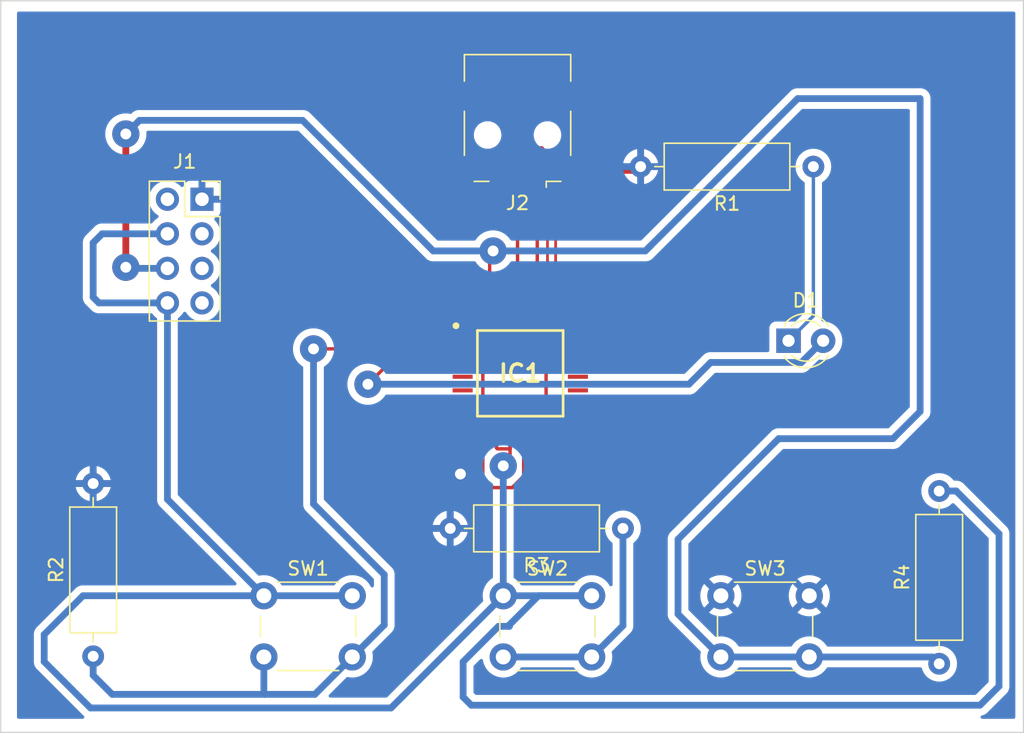
<source format=kicad_pcb>
(kicad_pcb (version 20211014) (generator pcbnew)
  (layers (0 "F.Cu" signal) (31 "B.Cu" signal) (34 "B.Paste" user) (35 "F.Paste" user) (36 "B.SilkS" user "B.Silkscreen") (37 "F.SilkS" user "F.Silkscreen") (38 "B.Mask" user) (39 "F.Mask" user) (44 "Edge.Cuts" user))
  (net 0 "")
  (net 1 "Net-(D1-Pad1)")
  (net 2 "LED_G")
  (net 3 "GND")
  (net 5 "Button01")
  (net 6 "Button02")
  (net 7 "Net-(IC1-Pad16)")
  (net 15 "VBUS")
  (net 16 "SCL")
  (net 17 "SDA")
  (net 31 "Data+")
  (net 32 "Data-")
  (net 35 "USB_ID")
  (net 36 "USB_VBOF")
  (net 37 "Reset")
  (footprint "Resistor_THT:R_Axial_DIN0309_L9.0mm_D3.2mm_P12.70mm_Horizontal" (layer "F.Cu") (at 168.35 96.6 180)
    (fp_text reference "R3" (at 6.35 -2.72) (layer "F.SilkS"))
    (fp_text value "1k")
    (fp_line (start 10.97 1.72) (end 10.97 -1.72) (layer "F.SilkS") (width 0.12))
    (fp_line (start 11.66 0) (end 10.97 0) (layer "F.SilkS") (width 0.12))
    (fp_line (start 1.73 -1.72) (end 1.73 1.72) (layer "F.SilkS") (width 0.12))
    (fp_line (start 10.97 -1.72) (end 1.73 -1.72) (layer "F.SilkS") (width 0.12))
    (fp_line (start 1.04 0) (end 1.73 0) (layer "F.SilkS") (width 0.12))
    (fp_line (start 1.73 1.72) (end 10.97 1.72) (layer "F.SilkS") (width 0.12))
    (pad "1" thru_hole circle (at 0 0 180) (size 1.6 1.6) (drill 0.8) (layers *.Cu *.Mask) (net 6 "Button02"))
    (pad "2" thru_hole oval (at 12.7 0 180) (size 1.6 1.6) (drill 0.8) (layers *.Cu *.Mask) (net 3 "GND"))
  )
  (footprint "user:QFP50P900X900X120-48N" (layer "F.Cu") (at 160.8 85.2)
    (fp_text reference "IC1" (at 0 0) (layer "F.SilkS") (effects (font (size 1.27 1.27) (thickness 0.254))))
    (fp_text value "AT32UC3B164-AUT" hide)
    (fp_line (start 3.15 -3.15) (end 3.15 3.15) (layer "F.SilkS") (width 0.2))
    (fp_line (start -3.15 -3.15) (end 3.15 -3.15) (layer "F.SilkS") (width 0.2))
    (fp_line (start -3.15 3.15) (end -3.15 -3.15) (layer "F.SilkS") (width 0.2))
    (fp_line (start 3.15 3.15) (end -3.15 3.15) (layer "F.SilkS") (width 0.2))
    (fp_circle (center -4.725 -3.5) (end -4.725 -3.375) (layer "F.SilkS") (width 0.25) (fill none))
    (pad "1" smd rect (at -4.238 -2.75 90) (size 0.3 1.475) (layers "F.Cu" "F.Paste" "F.Mask") (net 3 "GND"))
    (pad "2" smd rect (at -4.238 -2.25 90) (size 0.3 1.475) (layers "F.Cu" "F.Paste" "F.Mask"))
    (pad "3" smd rect (at -4.238 -1.75 90) (size 0.3 1.475) (layers "F.Cu" "F.Paste" "F.Mask") (net 5 "Button01"))
    (pad "4" smd rect (at -4.238 -1.25 90) (size 0.3 1.475) (layers "F.Cu" "F.Paste" "F.Mask") (net 6 "Button02"))
    (pad "5" smd rect (at -4.238 -0.75 90) (size 0.3 1.475) (layers "F.Cu" "F.Paste" "F.Mask") (net 2 "LED_G"))
    (pad "6" smd rect (at -4.238 -0.25 90) (size 0.3 1.475) (layers "F.Cu" "F.Paste" "F.Mask") (net 7 "Net-(IC1-Pad16)"))
    (pad "7" smd rect (at -4.238 0.25 90) (size 0.3 1.475) (layers "F.Cu" "F.Paste" "F.Mask"))
    (pad "8" smd rect (at -4.238 0.75 90) (size 0.3 1.475) (layers "F.Cu" "F.Paste" "F.Mask"))
    (pad "9" smd rect (at -4.238 1.25 90) (size 0.3 1.475) (layers "F.Cu" "F.Paste" "F.Mask"))
    (pad "10" smd rect (at -4.238 1.75 90) (size 0.3 1.475) (layers "F.Cu" "F.Paste" "F.Mask"))
    (pad "11" smd rect (at -4.238 2.25 90) (size 0.3 1.475) (layers "F.Cu" "F.Paste" "F.Mask"))
    (pad "12" smd rect (at -4.238 2.75 90) (size 0.3 1.475) (layers "F.Cu" "F.Paste" "F.Mask"))
    (pad "13" smd rect (at -2.75 4.238) (size 0.3 1.475) (layers "F.Cu" "F.Paste" "F.Mask") (net 3 "GND"))
    (pad "14" smd rect (at -2.25 4.238) (size 0.3 1.475) (layers "F.Cu" "F.Paste" "F.Mask"))
    (pad "15" smd rect (at -1.75 4.238) (size 0.3 1.475) (layers "F.Cu" "F.Paste" "F.Mask") (net 15 "VBUS"))
    (pad "16" smd rect (at -1.25 4.238) (size 0.3 1.475) (layers "F.Cu" "F.Paste" "F.Mask") (net 7 "Net-(IC1-Pad16)"))
    (pad "17" smd rect (at -0.75 4.238) (size 0.3 1.475) (layers "F.Cu" "F.Paste" "F.Mask") (net 15 "VBUS"))
    (pad "18" smd rect (at -0.25 4.238) (size 0.3 1.475) (layers "F.Cu" "F.Paste" "F.Mask"))
    (pad "19" smd rect (at 0.25 4.238) (size 0.3 1.475) (layers "F.Cu" "F.Paste" "F.Mask") (net 3 "GND"))
    (pad "20" smd rect (at 0.75 4.238) (size 0.3 1.475) (layers "F.Cu" "F.Paste" "F.Mask") (net 16 "SCL"))
    (pad "21" smd rect (at 1.25 4.238) (size 0.3 1.475) (layers "F.Cu" "F.Paste" "F.Mask") (net 17 "SDA"))
    (pad "22" smd rect (at 1.75 4.238) (size 0.3 1.475) (layers "F.Cu" "F.Paste" "F.Mask"))
    (pad "23" smd rect (at 2.25 4.238) (size 0.3 1.475) (layers "F.Cu" "F.Paste" "F.Mask"))
    (pad "24" smd rect (at 2.75 4.238) (size 0.3 1.475) (layers "F.Cu" "F.Paste" "F.Mask") (net 15 "VBUS"))
    (pad "25" smd rect (at 4.238 2.75 90) (size 0.3 1.475) (layers "F.Cu" "F.Paste" "F.Mask"))
    (pad "26" smd rect (at 4.238 2.25 90) (size 0.3 1.475) (layers "F.Cu" "F.Paste" "F.Mask"))
    (pad "27" smd rect (at 4.238 1.75 90) (size 0.3 1.475) (layers "F.Cu" "F.Paste" "F.Mask"))
    (pad "28" smd rect (at 4.238 1.25 90) (size 0.3 1.475) (layers "F.Cu" "F.Paste" "F.Mask"))
    (pad "29" smd rect (at 4.238 0.75 90) (size 0.3 1.475) (layers "F.Cu" "F.Paste" "F.Mask"))
    (pad "30" smd rect (at 4.238 0.25 90) (size 0.3 1.475) (layers "F.Cu" "F.Paste" "F.Mask"))
    (pad "31" smd rect (at 4.238 -0.25 90) (size 0.3 1.475) (layers "F.Cu" "F.Paste" "F.Mask"))
    (pad "32" smd rect (at 4.238 -0.75 90) (size 0.3 1.475) (layers "F.Cu" "F.Paste" "F.Mask"))
    (pad "33" smd rect (at 4.238 -1.25 90) (size 0.3 1.475) (layers "F.Cu" "F.Paste" "F.Mask"))
    (pad "34" smd rect (at 4.238 -1.75 90) (size 0.3 1.475) (layers "F.Cu" "F.Paste" "F.Mask"))
    (pad "35" smd rect (at 4.238 -2.25 90) (size 0.3 1.475) (layers "F.Cu" "F.Paste" "F.Mask"))
    (pad "36" smd rect (at 4.238 -2.75 90) (size 0.3 1.475) (layers "F.Cu" "F.Paste" "F.Mask") (net 15 "VBUS"))
    (pad "37" smd rect (at 2.75 -4.238) (size 0.3 1.475) (layers "F.Cu" "F.Paste" "F.Mask") (net 3 "GND"))
    (pad "38" smd rect (at 2.25 -4.238) (size 0.3 1.475) (layers "F.Cu" "F.Paste" "F.Mask") (net 31 "Data+"))
    (pad "39" smd rect (at 1.75 -4.238) (size 0.3 1.475) (layers "F.Cu" "F.Paste" "F.Mask") (net 32 "Data-"))
    (pad "40" smd rect (at 1.25 -4.238) (size 0.3 1.475) (layers "F.Cu" "F.Paste" "F.Mask") (net 15 "VBUS"))
    (pad "41" smd rect (at 0.75 -4.238) (size 0.3 1.475) (layers "F.Cu" "F.Paste" "F.Mask") (net 7 "Net-(IC1-Pad16)"))
    (pad "42" smd rect (at 0.25 -4.238) (size 0.3 1.475) (layers "F.Cu" "F.Paste" "F.Mask") (net 7 "Net-(IC1-Pad16)"))
    (pad "43" smd rect (at -0.25 -4.238) (size 0.3 1.475) (layers "F.Cu" "F.Paste" "F.Mask"))
    (pad "44" smd rect (at -0.75 -4.238) (size 0.3 1.475) (layers "F.Cu" "F.Paste" "F.Mask"))
    (pad "45" smd rect (at -1.25 -4.238) (size 0.3 1.475) (layers "F.Cu" "F.Paste" "F.Mask") (net 35 "USB_ID"))
    (pad "46" smd rect (at -1.75 -4.238) (size 0.3 1.475) (layers "F.Cu" "F.Paste" "F.Mask") (net 36 "USB_VBOF"))
    (pad "47" smd rect (at -2.25 -4.238) (size 0.3 1.475) (layers "F.Cu" "F.Paste" "F.Mask") (net 37 "Reset"))
    (pad "48" smd rect (at -2.75 -4.238) (size 0.3 1.475) (layers "F.Cu" "F.Paste" "F.Mask") (net 15 "VBUS"))
  )
  (footprint "Resistor_THT:R_Axial_DIN0309_L9.0mm_D3.2mm_P12.70mm_Horizontal" (layer "F.Cu") (at 182.35 70 180)
    (fp_text reference "R1" (at 6.35 -2.72) (layer "F.SilkS"))
    (fp_text value "150")
    (fp_line (start 1.04 0) (end 1.73 0) (layer "F.SilkS") (width 0.12))
    (fp_line (start 10.97 1.72) (end 10.97 -1.72) (layer "F.SilkS") (width 0.12))
    (fp_line (start 10.97 -1.72) (end 1.73 -1.72) (layer "F.SilkS") (width 0.12))
    (fp_line (start 1.73 1.72) (end 10.97 1.72) (layer "F.SilkS") (width 0.12))
    (fp_line (start 11.66 0) (end 10.97 0) (layer "F.SilkS") (width 0.12))
    (fp_line (start 1.73 -1.72) (end 1.73 1.72) (layer "F.SilkS") (width 0.12))
    (pad "1" thru_hole circle (at 0 0 180) (size 1.6 1.6) (drill 0.8) (layers *.Cu *.Mask) (net 1 "Net-(D1-Pad1)"))
    (pad "2" thru_hole oval (at 12.7 0 180) (size 1.6 1.6) (drill 0.8) (layers *.Cu *.Mask) (net 3 "GND"))
  )
  (footprint "Button_Switch_THT:SW_PUSH_6mm_H4.3mm" (layer "F.Cu") (at 141.95 101.55)
    (fp_text reference "SW1" (at 3.25 -2) (layer "F.SilkS"))
    (fp_text value "SW_MEC_5E")
    (fp_line (start 6.75 3) (end 6.75 1.5) (layer "F.SilkS") (width 0.12))
    (fp_line (start 5.5 -1) (end 1 -1) (layer "F.SilkS") (width 0.12))
    (fp_line (start 1 5.5) (end 5.5 5.5) (layer "F.SilkS") (width 0.12))
    (fp_line (start -0.25 1.5) (end -0.25 3) (layer "F.SilkS") (width 0.12))
    (pad "1" thru_hole circle (at 0 0 90) (size 2 2) (drill 1.1) (layers *.Cu *.Mask) (net 15 "VBUS"))
    (pad "1" thru_hole circle (at 6.5 0 90) (size 2 2) (drill 1.1) (layers *.Cu *.Mask) (net 15 "VBUS"))
    (pad "2" thru_hole circle (at 6.5 4.5 90) (size 2 2) (drill 1.1) (layers *.Cu *.Mask) (net 5 "Button01"))
    (pad "2" thru_hole circle (at 0 4.5 90) (size 2 2) (drill 1.1) (layers *.Cu *.Mask) (net 5 "Button01"))
  )
  (footprint "Resistor_THT:R_Axial_DIN0309_L9.0mm_D3.2mm_P12.70mm_Horizontal" (layer "F.Cu") (at 129.4 106 90)
    (fp_text reference "R2" (at 6.35 -2.72 90) (layer "F.SilkS"))
    (fp_text value "1k")
    (fp_line (start 10.97 -1.72) (end 1.73 -1.72) (layer "F.SilkS") (width 0.12))
    (fp_line (start 11.66 0) (end 10.97 0) (layer "F.SilkS") (width 0.12))
    (fp_line (start 1.04 0) (end 1.73 0) (layer "F.SilkS") (width 0.12))
    (fp_line (start 10.97 1.72) (end 10.97 -1.72) (layer "F.SilkS") (width 0.12))
    (fp_line (start 1.73 -1.72) (end 1.73 1.72) (layer "F.SilkS") (width 0.12))
    (fp_line (start 1.73 1.72) (end 10.97 1.72) (layer "F.SilkS") (width 0.12))
    (pad "1" thru_hole circle (at 0 0 90) (size 1.6 1.6) (drill 0.8) (layers *.Cu *.Mask) (net 5 "Button01"))
    (pad "2" thru_hole oval (at 12.7 0 90) (size 1.6 1.6) (drill 0.8) (layers *.Cu *.Mask) (net 3 "GND"))
  )
  (footprint "Button_Switch_THT:SW_PUSH_6mm_H4.3mm" (layer "F.Cu") (at 159.55 101.55)
    (fp_text reference "SW2" (at 3.25 -2) (layer "F.SilkS"))
    (fp_text value "SW_MEC_5E")
    (fp_line (start 5.5 -1) (end 1 -1) (layer "F.SilkS") (width 0.12))
    (fp_line (start 1 5.5) (end 5.5 5.5) (layer "F.SilkS") (width 0.12))
    (fp_line (start 6.75 3) (end 6.75 1.5) (layer "F.SilkS") (width 0.12))
    (fp_line (start -0.25 1.5) (end -0.25 3) (layer "F.SilkS") (width 0.12))
    (pad "1" thru_hole circle (at 6.5 0 90) (size 2 2) (drill 1.1) (layers *.Cu *.Mask) (net 15 "VBUS"))
    (pad "1" thru_hole circle (at 0 0 90) (size 2 2) (drill 1.1) (layers *.Cu *.Mask) (net 15 "VBUS"))
    (pad "2" thru_hole circle (at 0 4.5 90) (size 2 2) (drill 1.1) (layers *.Cu *.Mask) (net 6 "Button02"))
    (pad "2" thru_hole circle (at 6.5 4.5 90) (size 2 2) (drill 1.1) (layers *.Cu *.Mask) (net 6 "Button02"))
  )
  (footprint "Button_Switch_THT:SW_PUSH_6mm_H4.3mm" (layer "F.Cu") (at 175.55 101.55)
    (fp_text reference "SW3" (at 3.25 -2) (layer "F.SilkS"))
    (fp_text value "SW_MEC_5E")
    (fp_line (start 6.75 3) (end 6.75 1.5) (layer "F.SilkS") (width 0.12))
    (fp_line (start 1 5.5) (end 5.5 5.5) (layer "F.SilkS") (width 0.12))
    (fp_line (start 5.5 -1) (end 1 -1) (layer "F.SilkS") (width 0.12))
    (fp_line (start -0.25 1.5) (end -0.25 3) (layer "F.SilkS") (width 0.12))
    (pad "1" thru_hole circle (at 0 0 90) (size 2 2) (drill 1.1) (layers *.Cu *.Mask) (net 3 "GND"))
    (pad "1" thru_hole circle (at 6.5 0 90) (size 2 2) (drill 1.1) (layers *.Cu *.Mask) (net 3 "GND"))
    (pad "2" thru_hole circle (at 0 4.5 90) (size 2 2) (drill 1.1) (layers *.Cu *.Mask) (net 37 "Reset"))
    (pad "2" thru_hole circle (at 6.5 4.5 90) (size 2 2) (drill 1.1) (layers *.Cu *.Mask) (net 37 "Reset"))
  )
  (footprint "Resistor_THT:R_Axial_DIN0309_L9.0mm_D3.2mm_P12.70mm_Horizontal" (layer "F.Cu") (at 191.6 106.55 90)
    (fp_text reference "R4" (at 6.35 -2.72 90) (layer "F.SilkS"))
    (fp_text value "1k")
    (fp_line (start 10.97 -1.72) (end 1.73 -1.72) (layer "F.SilkS") (width 0.12))
    (fp_line (start 1.73 1.72) (end 10.97 1.72) (layer "F.SilkS") (width 0.12))
    (fp_line (start 1.04 0) (end 1.73 0) (layer "F.SilkS") (width 0.12))
    (fp_line (start 1.73 -1.72) (end 1.73 1.72) (layer "F.SilkS") (width 0.12))
    (fp_line (start 10.97 1.72) (end 10.97 -1.72) (layer "F.SilkS") (width 0.12))
    (fp_line (start 11.66 0) (end 10.97 0) (layer "F.SilkS") (width 0.12))
    (pad "1" thru_hole circle (at 0 0 90) (size 1.6 1.6) (drill 0.8) (layers *.Cu *.Mask) (net 37 "Reset"))
    (pad "2" thru_hole oval (at 12.7 0 90) (size 1.6 1.6) (drill 0.8) (layers *.Cu *.Mask) (net 15 "VBUS"))
  )
  (footprint "LED_THT:LED_D3.0mm_FlatTop" (layer "F.Cu") (at 180.525 82.8)
    (fp_text reference "D1" (at 1.27 -2.96) (layer "F.SilkS"))
    (fp_text value "GrønLED")
    (fp_line (start -0.29 -1.236) (end -0.29 -1.08) (layer "F.SilkS") (width 0.12))
    (fp_line (start -0.29 1.08) (end -0.29 1.236) (layer "F.SilkS") (width 0.12))
    (fp_arc (start 2.942335 1.078608) (mid 1.366487 1.987659) (end -0.29 1.235516) (layer "F.SilkS") (width 0.12))
    (fp_arc (start 2.31113 1.079837) (mid 1.270117 1.5) (end 0.229039 1.08) (layer "F.SilkS") (width 0.12))
    (fp_arc (start 0.229039 -1.08) (mid 1.270117 -1.5) (end 2.31113 -1.079837) (layer "F.SilkS") (width 0.12))
    (fp_arc (start -0.29 -1.235516) (mid 1.366487 -1.987659) (end 2.942335 -1.078608) (layer "F.SilkS") (width 0.12))
    (pad "1" thru_hole rect (at 0 0) (size 1.8 1.8) (drill 0.9) (layers *.Cu *.Mask) (net 1 "Net-(D1-Pad1)"))
    (pad "2" thru_hole circle (at 2.54 0) (size 1.8 1.8) (drill 0.9) (layers *.Cu *.Mask) (net 2 "LED_G"))
  )
  (footprint "Connector_PinSocket_2.54mm:PinSocket_2x04_P2.54mm_Vertical" (layer "F.Cu") (at 137.4 72.4)
    (fp_text reference "J1" (at -1.27 -2.77) (layer "F.SilkS"))
    (fp_text value "ESP8266(wifi)")
    (fp_line (start 1.33 1.27) (end 1.33 8.95) (layer "F.SilkS") (width 0.12))
    (fp_line (start -1.27 -1.33) (end -1.27 1.27) (layer "F.SilkS") (width 0.12))
    (fp_line (start -1.27 1.27) (end 1.33 1.27) (layer "F.SilkS") (width 0.12))
    (fp_line (start -3.87 -1.33) (end -1.27 -1.33) (layer "F.SilkS") (width 0.12))
    (fp_line (start -3.87 -1.33) (end -3.87 8.95) (layer "F.SilkS") (width 0.12))
    (fp_line (start 0 -1.33) (end 1.33 -1.33) (layer "F.SilkS") (width 0.12))
    (fp_line (start 1.33 -1.33) (end 1.33 0) (layer "F.SilkS") (width 0.12))
    (fp_line (start -3.87 8.95) (end 1.33 8.95) (layer "F.SilkS") (width 0.12))
    (pad "1" thru_hole rect (at 0 0) (size 1.7 1.7) (drill 1) (layers *.Cu *.Mask) (net 3 "GND"))
    (pad "2" thru_hole oval (at -2.54 0) (size 1.7 1.7) (drill 1) (layers *.Cu *.Mask))
    (pad "3" thru_hole oval (at 0 2.54) (size 1.7 1.7) (drill 1) (layers *.Cu *.Mask) (net 16 "SCL"))
    (pad "4" thru_hole oval (at -2.54 2.54) (size 1.7 1.7) (drill 1) (layers *.Cu *.Mask) (net 15 "VBUS"))
    (pad "5" thru_hole oval (at 0 5.08) (size 1.7 1.7) (drill 1) (layers *.Cu *.Mask) (net 17 "SDA"))
    (pad "6" thru_hole oval (at -2.54 5.08) (size 1.7 1.7) (drill 1) (layers *.Cu *.Mask) (net 37 "Reset"))
    (pad "7" thru_hole oval (at 0 7.62) (size 1.7 1.7) (drill 1) (layers *.Cu *.Mask))
    (pad "8" thru_hole oval (at -2.54 7.62) (size 1.7 1.7) (drill 1) (layers *.Cu *.Mask) (net 15 "VBUS"))
  )
  (footprint "Connector_USB:USB_Mini-B_Lumberg_2486_01_Horizontal" (layer "F.Cu") (at 160.6 67.675 180)
    (fp_text reference "J2" (at 0 -5) (layer "F.SilkS"))
    (fp_text value "USB_B_Mini")
    (fp_line (start -2.11 -3.41) (end -2.11 -3.84) (layer "F.SilkS") (width 0.12))
    (fp_line (start 2.11 -3.41) (end 3.19 -3.41) (layer "F.SilkS") (width 0.12))
    (fp_line (start -3.91 1.74) (end -3.91 -1.49) (layer "F.SilkS") (width 0.12))
    (fp_line (start -3.91 5.91) (end -3.91 3.96) (layer "F.SilkS") (width 0.12))
    (fp_line (start -3.19 -3.41) (end -2.11 -3.41) (layer "F.SilkS") (width 0.12))
    (fp_line (start 3.91 1.74) (end 3.91 -1.49) (layer "F.SilkS") (width 0.12))
    (fp_line (start 3.91 5.91) (end 3.91 3.96) (layer "F.SilkS") (width 0.12))
    (fp_line (start 3.91 5.91) (end -3.91 5.91) (layer "F.SilkS") (width 0.12))
    (pad "" np_thru_hole circle (at 2.2 0 180) (size 1 1) (drill 1) (layers *.Cu *.Mask))
    (pad "" np_thru_hole circle (at -2.2 0 180) (size 1 1) (drill 1) (layers *.Cu *.Mask))
    (pad "1" smd rect (at -1.6 -2.7 180) (size 0.5 2) (layers "F.Cu" "F.Paste" "F.Mask") (net 15 "VBUS"))
    (pad "2" smd rect (at -0.8 -2.7 180) (size 0.5 2) (layers "F.Cu" "F.Paste" "F.Mask") (net 32 "Data-"))
    (pad "3" smd rect (at 0 -2.7 180) (size 0.5 2) (layers "F.Cu" "F.Paste" "F.Mask") (net 31 "Data+"))
    (pad "4" smd rect (at 0.8 -2.7 180) (size 0.5 2) (layers "F.Cu" "F.Paste" "F.Mask") (net 35 "USB_ID"))
    (pad "5" smd rect (at 1.6 -2.7 180) (size 0.5 2) (layers "F.Cu" "F.Paste" "F.Mask") (net 3 "GND"))
    (pad "6" smd rect (at -4.45 -2.6 180) (size 2 1.7) (layers "F.Cu" "F.Paste" "F.Mask") (net 3 "GND"))
    (pad "6" smd rect (at 4.45 2.85 180) (size 2 1.7) (layers "F.Cu" "F.Paste" "F.Mask") (net 3 "GND"))
    (pad "6" smd rect (at -4.45 2.85 180) (size 2 1.7) (layers "F.Cu" "F.Paste" "F.Mask") (net 3 "GND"))
    (pad "6" smd rect (at 4.45 -2.6 180) (size 2 1.7) (layers "F.Cu" "F.Paste" "F.Mask") (net 3 "GND"))
  )
  (gr_line (start 122.6 111.6) (end 197.8 111.6) (layer "Edge.Cuts") (width 0.1))
  (gr_line (start 197.8 57.8) (end 122.6 57.8) (layer "Edge.Cuts") (width 0.1))
  (gr_line (start 197.8 111.6) (end 197.8 57.8) (layer "Edge.Cuts") (width 0.1))
  (gr_line (start 122.6 57.8) (end 122.6 111.6) (layer "Edge.Cuts") (width 0.1))
  (segment (start 182.35 70) (end 182.35 80.975) (width 0.25) (layer "B.Cu") (net 1))
  (segment (start 182.35 80.975) (end 180.525 82.8) (width 0.25) (layer "B.Cu") (net 1))
  (segment (start 151.15 84.45) (end 156.562 84.45) (width 0.25) (layer "F.Cu") (net 2))
  (segment (start 149.6 86) (end 151.15 84.45) (width 0.25) (layer "F.Cu") (net 2))
  (via (at 149.6 86) (size 2) (drill 0.8) (layers "F.Cu" "B.Cu") (net 2))
  (segment (start 174.8 84.4) (end 173.2 86) (width 0.5) (layer "B.Cu") (net 2))
  (segment (start 173.2 86) (end 149.6 86) (width 0.5) (layer "B.Cu") (net 2))
  (segment (start 181.465 84.4) (end 174.8 84.4) (width 0.5) (layer "B.Cu") (net 2))
  (segment (start 183.065 82.8) (end 181.465 84.4) (width 0.5) (layer "B.Cu") (net 2))
  (segment (start 165.05 70.275) (end 165.05 64.825) (width 0.5) (layer "F.Cu") (net 3))
  (segment (start 159 70.375) (end 156.25 70.375) (width 0.5) (layer "F.Cu") (net 3))
  (segment (start 156.15 64.825) (end 156.15 70.275) (width 0.5) (layer "F.Cu") (net 3))
  (segment (start 158.05 92.85) (end 158.8 93.6) (width 0.25) (layer "F.Cu") (net 3))
  (segment (start 169.375 70.275) (end 169.65 70) (width 0.5) (layer "F.Cu") (net 3))
  (segment (start 158.05 89.438) (end 158.05 90.95) (width 0.25) (layer "F.Cu") (net 3))
  (segment (start 158.05 83.101478) (end 157.398522 82.45) (width 0.25) (layer "F.Cu") (net 3))
  (segment (start 156.15 64.825) (end 165.05 64.825) (width 0.5) (layer "F.Cu") (net 3))
  (segment (start 156.25 70.375) (end 156.15 70.275) (width 0.5) (layer "F.Cu") (net 3))
  (segment (start 158.05 89.438) (end 158.05 83.101478) (width 0.25) (layer "F.Cu") (net 3))
  (segment (start 157.398522 82.45) (end 156.562 82.45) (width 0.25) (layer "F.Cu") (net 3))
  (segment (start 158.05 90.95) (end 158.05 92.85) (width 0.25) (layer "F.Cu") (net 3))
  (segment (start 158.8 93.6) (end 160.2 93.6) (width 0.25) (layer "F.Cu") (net 3))
  (segment (start 161.05 92.75) (end 161.05 89.438) (width 0.25) (layer "F.Cu") (net 3))
  (segment (start 158.05 90.95) (end 156.4 92.6) (width 0.25) (layer "F.Cu") (net 3))
  (segment (start 160.2 93.6) (end 161.05 92.75) (width 0.25) (layer "F.Cu") (net 3))
  (segment (start 165.05 70.275) (end 169.375 70.275) (width 0.5) (layer "F.Cu") (net 3))
  (via (at 156.4 92.6) (size 2) (drill 0.8) (layers "F.Cu" "B.Cu") (net 3))
  (segment (start 155.65 96.6) (end 155.65 93.35) (width 0.5) (layer "B.Cu") (net 3))
  (segment (start 155.65 93.35) (end 156.4 92.6) (width 0.5) (layer "B.Cu") (net 3))
  (segment (start 151.45 83.45) (end 156.562 83.45) (width 0.25) (layer "F.Cu") (net 5))
  (segment (start 145.6 83.4) (end 151.4 83.4) (width 0.25) (layer "F.Cu") (net 5))
  (via (at 145.6 83.4) (size 2) (drill 0.8) (layers "F.Cu" "B.Cu") (net 5))
  (segment (start 145.6 83.4) (end 145.6 94.8) (width 0.5) (layer "B.Cu") (net 5))
  (segment (start 148.45 106.05) (end 145.7 108.8) (width 0.5) (layer "B.Cu") (net 5))
  (segment (start 141.95 108.75) (end 142 108.8) (width 0.5) (layer "B.Cu") (net 5))
  (segment (start 141.95 106.05) (end 141.95 108.75) (width 0.5) (layer "B.Cu") (net 5))
  (segment (start 150.8 103.7) (end 148.45 106.05) (width 0.5) (layer "B.Cu") (net 5))
  (segment (start 142 108.8) (end 130.8 108.8) (width 0.5) (layer "B.Cu") (net 5))
  (segment (start 150.8 100) (end 150.8 103.7) (width 0.5) (layer "B.Cu") (net 5))
  (segment (start 145.6 94.8) (end 150.8 100) (width 0.5) (layer "B.Cu") (net 5))
  (segment (start 130.8 108.8) (end 129.4 107.4) (width 0.5) (layer "B.Cu") (net 5))
  (segment (start 129.4 107.4) (end 129.4 106) (width 0.5) (layer "B.Cu") (net 5))
  (segment (start 145.7 108.8) (end 142 108.8) (width 0.5) (layer "B.Cu") (net 5))
  (segment (start 168.35 103.75) (end 168.35 96.6) (width 0.5) (layer "B.Cu") (net 6))
  (segment (start 166.05 106.05) (end 168.35 103.75) (width 0.5) (layer "B.Cu") (net 6))
  (segment (start 166.05 106.05) (end 159.55 106.05) (width 0.5) (layer "B.Cu") (net 6))
  (segment (start 161.05 80.962) (end 161.55 80.962) (width 0.25) (layer "F.Cu") (net 7))
  (segment (start 163.625739 83.025739) (end 163.225739 83.025739) (width 0.25) (layer "F.Cu") (net 15))
  (segment (start 159.1245 90.75) (end 160.05 90.75) (width 0.25) (layer "F.Cu") (net 15))
  (segment (start 162.05 70.525) (end 162.2 70.375) (width 0.25) (layer "F.Cu") (net 15))
  (segment (start 159.55 92) (end 160.05 91.5) (width 0.5) (layer "F.Cu") (net 15))
  (segment (start 160.6 87.6) (end 162.6995 87.6) (width 0.25) (layer "F.Cu") (net 15))
  (segment (start 162.05 81.798522) (end 161.048522 82.8) (width 0.25) (layer "F.Cu") (net 15))
  (segment (start 163.55 88.4505) (end 163.55 89.438) (width 0.25) (layer "F.Cu") (net 15))
  (segment (start 162.05 81.85) (end 162.05 80.962) (width 0.25) (layer "F.Cu") (net 15))
  (segment (start 162.05 80.962) (end 162.05 70.525) (width 0.25) (layer "F.Cu") (net 15))
  (segment (start 158.9005 82.8) (end 158.05 81.9495) (width 0.25) (layer "F.Cu") (net 15))
  (segment (start 164.201478 82.45) (end 165.038 82.45) (width 0.25) (layer "F.Cu") (net 15))
  (segment (start 162.05 80.962) (end 162.05 81.798522) (width 0.25) (layer "F.Cu") (net 15))
  (segment (start 162.6995 87.6) (end 163.55 88.4505) (width 0.25) (layer "F.Cu") (net 15))
  (segment (start 158.05 81.9495) (end 158.05 80.962) (width 0.25) (layer "F.Cu") (net 15))
  (segment (start 160.05 91.5) (end 160.05 89.438) (width 0.25) (layer "F.Cu") (net 15))
  (segment (start 160.05 90.75) (end 160.05 88.15) (width 0.25) (layer "F.Cu") (net 15))
  (segment (start 162.6995 87.6) (end 162.6995 83.951978) (width 0.25) (layer "F.Cu") (net 15))
  (segment (start 163.225739 83.025739) (end 162.05 81.85) (width 0.25) (layer "F.Cu") (net 15))
  (segment (start 159.05 90.6755) (end 159.1245 90.75) (width 0.25) (layer "F.Cu") (net 15))
  (segment (start 163.625739 83.025739) (end 164.201478 82.45) (width 0.25) (layer "F.Cu") (net 15))
  (segment (start 161.048522 82.8) (end 158.9005 82.8) (width 0.25) (layer "F.Cu") (net 15))
  (segment (start 159.05 89.438) (end 159.05 90.6755) (width 0.25) (layer "F.Cu") (net 15))
  (segment (start 160.05 88.15) (end 160.6 87.6) (width 0.25) (layer "F.Cu") (net 15))
  (segment (start 162.6995 83.951978) (end 163.625739 83.025739) (width 0.25) (layer "F.Cu") (net 15))
  (via (at 159.55 92) (size 2) (drill 0.8) (layers "F.Cu" "B.Cu") (net 15))
  (segment (start 196 97) (end 192.85 93.85) (width 0.5) (layer "B.Cu") (net 15))
  (segment (start 166.05 101.55) (end 162.141502 101.55) (width 0.5) (layer "B.Cu") (net 15))
  (segment (start 134.86 94.46) (end 134.86 80.02) (width 0.5) (layer "B.Cu") (net 15))
  (segment (start 125.8 106.4) (end 129.2 109.8) (width 0.5) (layer "B.Cu") (net 15))
  (segment (start 151.3 109.8) (end 159.55 101.55) (width 0.5) (layer "B.Cu") (net 15))
  (segment (start 159.2 103.8) (end 156.6 106.4) (width 0.5) (layer "B.Cu") (net 15))
  (segment (start 157.2 109.6) (end 194.6 109.6) (width 0.5) (layer "B.Cu") (net 15))
  (segment (start 141.95 101.55) (end 148.45 101.55) (width 0.5) (layer "B.Cu") (net 15))
  (segment (start 156.6 106.4) (end 156.6 109) (width 0.5) (layer "B.Cu") (net 15))
  (segment (start 130.06 74.94) (end 134.86 74.94) (width 0.5) (layer "B.Cu") (net 15))
  (segment (start 134.86 80.02) (end 129.82 80.02) (width 0.5) (layer "B.Cu") (net 15))
  (segment (start 194.6 109.6) (end 196 108.2) (width 0.5) (layer "B.Cu") (net 15))
  (segment (start 129.2 109.8) (end 151.3 109.8) (width 0.5) (layer "B.Cu") (net 15))
  (segment (start 156.6 109) (end 157.2 109.6) (width 0.5) (layer "B.Cu") (net 15))
  (segment (start 196 108.2) (end 196 97) (width 0.5) (layer "B.Cu") (net 15))
  (segment (start 160 103.8) (end 159.2 103.8) (width 0.5) (layer "B.Cu") (net 15))
  (segment (start 125.8 104.4) (end 125.8 106.4) (width 0.5) (layer "B.Cu") (net 15))
  (segment (start 129.4 79.6) (end 129.4 75.6) (width 0.5) (layer "B.Cu") (net 15))
  (segment (start 141.95 101.55) (end 128.65 101.55) (width 0.5) (layer "B.Cu") (net 15))
  (segment (start 129.82 80.02) (end 129.4 79.6) (width 0.5) (layer "B.Cu") (net 15))
  (segment (start 159.55 101.55) (end 166.05 101.55) (width 0.5) (layer "B.Cu") (net 15))
  (segment (start 160 103.691502) (end 160 103.8) (width 0.5) (layer "B.Cu") (net 15))
  (segment (start 141.95 101.55) (end 134.86 94.46) (width 0.5) (layer "B.Cu") (net 15))
  (segment (start 162.141502 101.55) (end 160 103.691502) (width 0.5) (layer "B.Cu") (net 15))
  (segment (start 159.55 101.55) (end 159.55 92) (width 0.5) (layer "B.Cu") (net 15))
  (segment (start 129.4 75.6) (end 130.06 74.94) (width 0.5) (layer "B.Cu") (net 15))
  (segment (start 192.85 93.85) (end 191.6 93.85) (width 0.5) (layer "B.Cu") (net 15))
  (segment (start 128.65 101.55) (end 125.8 104.4) (width 0.5) (layer "B.Cu") (net 15))
  (segment (start 163.05 80.962) (end 163.05 77.95) (width 0.2) (layer "F.Cu") (net 31))
  (segment (start 163.6 66) (end 161.4 66) (width 0.2) (layer "F.Cu") (net 31))
  (segment (start 161.4 66) (end 160.6 66.8) (width 0.2) (layer "F.Cu") (net 31))
  (segment (start 163.4 77.6) (end 163.4 68.8) (width 0.2) (layer "F.Cu") (net 31))
  (segment (start 164 66.4) (end 163.6 66) (width 0.2) (layer "F.Cu") (net 31))
  (segment (start 160.6 66.8) (end 160.6 70.375) (width 0.2) (layer "F.Cu") (net 31))
  (segment (start 163.05 77.95) (end 163.4 77.6) (width 0.2) (layer "F.Cu") (net 31))
  (segment (start 164 68.2) (end 164 66.4) (width 0.2) (layer "F.Cu") (net 31))
  (segment (start 163.4 68.8) (end 164 68.2) (width 0.2) (layer "F.Cu") (net 31))
  (segment (start 161.4 68.6) (end 161.4 70.375) (width 0.2) (layer "F.Cu") (net 32))
  (segment (start 162.55 77.65) (end 162.8 77.4) (width 0.2) (layer "F.Cu") (net 32))
  (segment (start 162.55 80.962) (end 162.55 77.65) (width 0.2) (layer "F.Cu") (net 32))
  (segment (start 162.4 68.6) (end 161.4 68.6) (width 0.2) (layer "F.Cu") (net 32))
  (segment (start 162.8 77.4) (end 162.8 69) (width 0.2) (layer "F.Cu") (net 32))
  (segment (start 162.8 69) (end 162.4 68.6) (width 0.2) (layer "F.Cu") (net 32))
  (segment (start 159.55 78.85) (end 159.55 80.962) (width 0.25) (layer "F.Cu") (net 35))
  (segment (start 159.8 70.375) (end 159.8 73.8) (width 0.25) (layer "F.Cu") (net 35))
  (segment (start 160.6 78) (end 159.8 78.8) (width 0.25) (layer "F.Cu") (net 35))
  (segment (start 160.6 74.6) (end 160.6 78) (width 0.25) (layer "F.Cu") (net 35))
  (segment (start 159.8 73.8) (end 160.6 74.6) (width 0.25) (layer "F.Cu") (net 35))
  (segment (start 159.6 78.8) (end 159.55 78.85) (width 0.25) (layer "F.Cu") (net 35))
  (segment (start 159.8 78.8) (end 159.6 78.8) (width 0.25) (layer "F.Cu") (net 35))
  (segment (start 158.55 76.45) (end 158.55 80.962) (width 0.25) (layer "F.Cu") (net 37))
  (segment (start 131.8 77.4) (end 131.8 67.6) (width 0.5) (layer "F.Cu") (net 37))
  (segment (start 158.8 76.2) (end 158.55 76.45) (width 0.5) (layer "F.Cu") (net 37))
  (via (at 158.8 76.2) (size 2) (drill 0.8) (layers "F.Cu" "B.Cu") (net 37))
  (via (at 131.8 77.4) (size 2) (drill 0.8) (layers "F.Cu" "B.Cu") (net 37))
  (via (at 131.8 67.6) (size 2) (drill 0.8) (layers "F.Cu" "B.Cu") (net 37))
  (segment (start 158.8 76.2) (end 154.4 76.2) (width 0.5) (layer "B.Cu") (net 37))
  (segment (start 170 76.2) (end 158.8 76.2) (width 0.5) (layer "B.Cu") (net 37))
  (segment (start 154.4 76.2) (end 144.8 66.6) (width 0.5) (layer "B.Cu") (net 37))
  (segment (start 172.4 102.9) (end 172.4 97.4) (width 0.5) (layer "B.Cu") (net 37))
  (segment (start 179.8 90) (end 188.2 90) (width 0.5) (layer "B.Cu") (net 37))
  (segment (start 175.55 106.05) (end 172.4 102.9) (width 0.5) (layer "B.Cu") (net 37))
  (segment (start 170.2 76) (end 170.4 75.8) (width 0.25) (layer "B.Cu") (net 37))
  (segment (start 190.2 88) (end 190.2 65) (width 0.5) (layer "B.Cu") (net 37))
  (segment (start 172.4 97.4) (end 179.8 90) (width 0.5) (layer "B.Cu") (net 37))
  (segment (start 175.55 106.05) (end 182.05 106.05) (width 0.5) (layer "B.Cu") (net 37))
  (segment (start 188.2 90) (end 190.2 88) (width 0.5) (layer "B.Cu") (net 37))
  (segment (start 134.86 77.48) (end 131.88 77.48) (width 0.5) (layer "B.Cu") (net 37))
  (segment (start 182.05 106.05) (end 191.1 106.05) (width 0.5) (layer "B.Cu") (net 37))
  (segment (start 190.2 65) (end 181.2 65) (width 0.5) (layer "B.Cu") (net 37))
  (segment (start 170.4 75.8) (end 170 76.2) (width 0.5) (layer "B.Cu") (net 37))
  (segment (start 191.1 106.05) (end 191.6 106.55) (width 0.25) (layer "B.Cu") (net 37))
  (segment (start 132.8 66.6) (end 131.8 67.6) (width 0.5) (layer "B.Cu") (net 37))
  (segment (start 131.88 77.48) (end 131.8 77.4) (width 0.5) (layer "B.Cu") (net 37))
  (segment (start 144.8 66.6) (end 132.8 66.6) (width 0.5) (layer "B.Cu") (net 37))
  (segment (start 181.2 65) (end 170.2 76) (width 0.5) (layer "B.Cu") (net 37))
  (zone (net 3) (net_name "GND") (layer "B.Cu") (connect_pads (clearance 0.508)) (min_thickness 0.254) (fill yes (thermal_gap 0.508) (thermal_bridge_width 0.508))
    (polygon (pts (xy 197.2 110.6) (xy 123.8 110.6) (xy 123.8 58.6) (xy 197.2 58.6)))
  )
)
</source>
